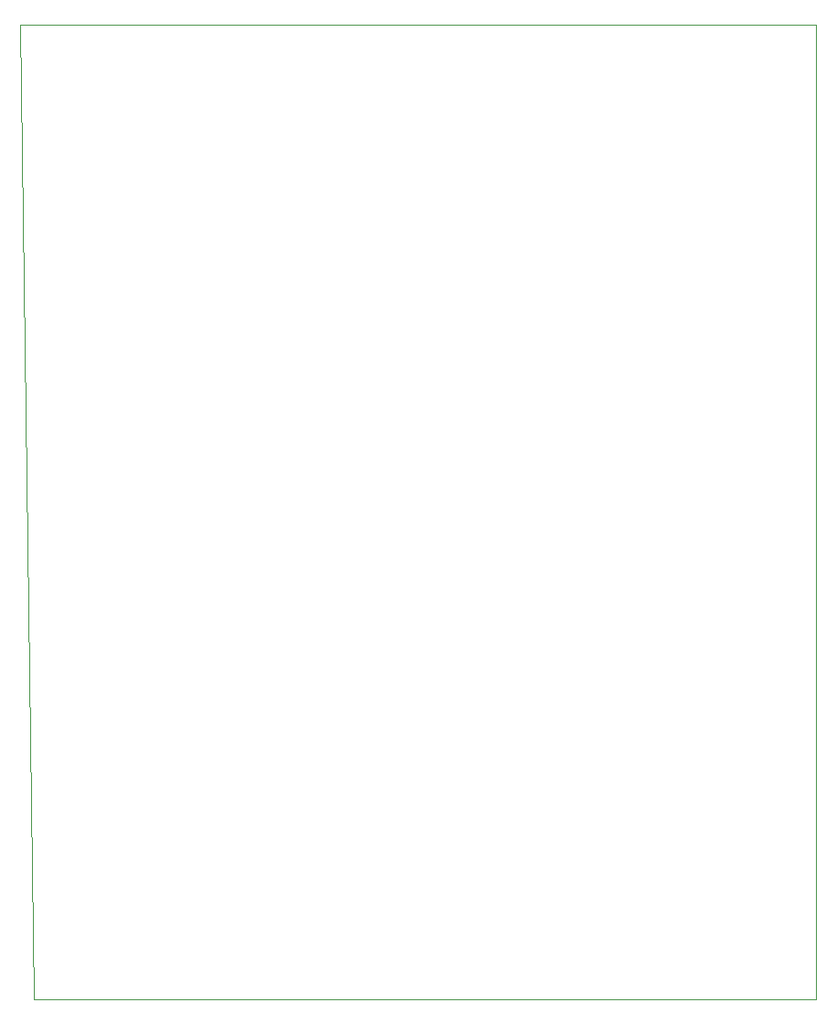
<source format=gbr>
G04 #@! TF.GenerationSoftware,KiCad,Pcbnew,(5.1.5)-3*
G04 #@! TF.CreationDate,2020-04-30T22:30:26+02:00*
G04 #@! TF.ProjectId,heating,68656174-696e-4672-9e6b-696361645f70,rev?*
G04 #@! TF.SameCoordinates,Original*
G04 #@! TF.FileFunction,Profile,NP*
%FSLAX46Y46*%
G04 Gerber Fmt 4.6, Leading zero omitted, Abs format (unit mm)*
G04 Created by KiCad (PCBNEW (5.1.5)-3) date 2020-04-30 22:30:26*
%MOMM*%
%LPD*%
G04 APERTURE LIST*
%ADD10C,0.100000*%
G04 APERTURE END LIST*
D10*
X187960000Y-45720000D02*
X187960000Y-135890000D01*
X114300000Y-45720000D02*
X187960000Y-45720000D01*
X115570000Y-135890000D02*
X114300000Y-45720000D01*
X187960000Y-135890000D02*
X115570000Y-135890000D01*
M02*

</source>
